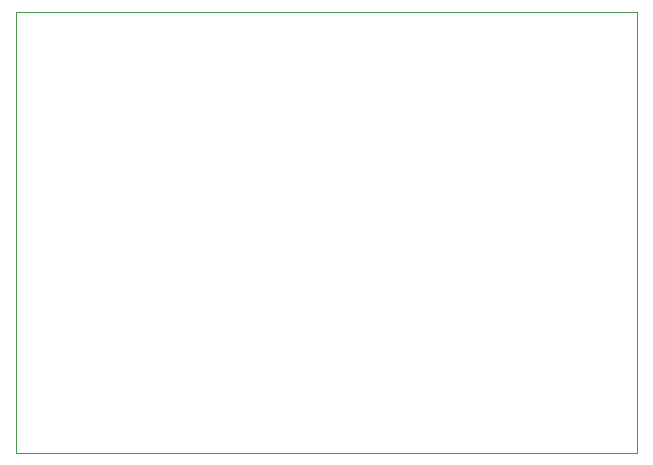
<source format=gm1>
G04 #@! TF.GenerationSoftware,KiCad,Pcbnew,7.0.8-7.0.8~ubuntu22.04.1*
G04 #@! TF.CreationDate,2024-01-26T15:42:25+01:00*
G04 #@! TF.ProjectId,hand_B,68616e64-5f42-42e6-9b69-6361645f7063,rev?*
G04 #@! TF.SameCoordinates,Original*
G04 #@! TF.FileFunction,Profile,NP*
%FSLAX46Y46*%
G04 Gerber Fmt 4.6, Leading zero omitted, Abs format (unit mm)*
G04 Created by KiCad (PCBNEW 7.0.8-7.0.8~ubuntu22.04.1) date 2024-01-26 15:42:25*
%MOMM*%
%LPD*%
G01*
G04 APERTURE LIST*
G04 #@! TA.AperFunction,Profile*
%ADD10C,0.100000*%
G04 #@! TD*
G04 APERTURE END LIST*
D10*
X73800000Y-32507500D02*
X126400000Y-32507500D01*
X126400000Y-69907500D01*
X73800000Y-69907500D01*
X73800000Y-32507500D01*
M02*

</source>
